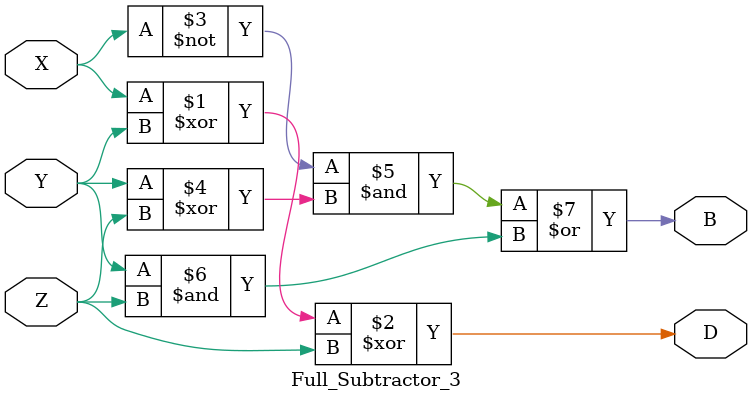
<source format=v>
module Full_Subtractor_3(output D, B, input X, Y, Z);
assign D = X ^ Y ^ Z;
assign B = ~X & (Y^Z) | Y & Z;
endmodule
</source>
